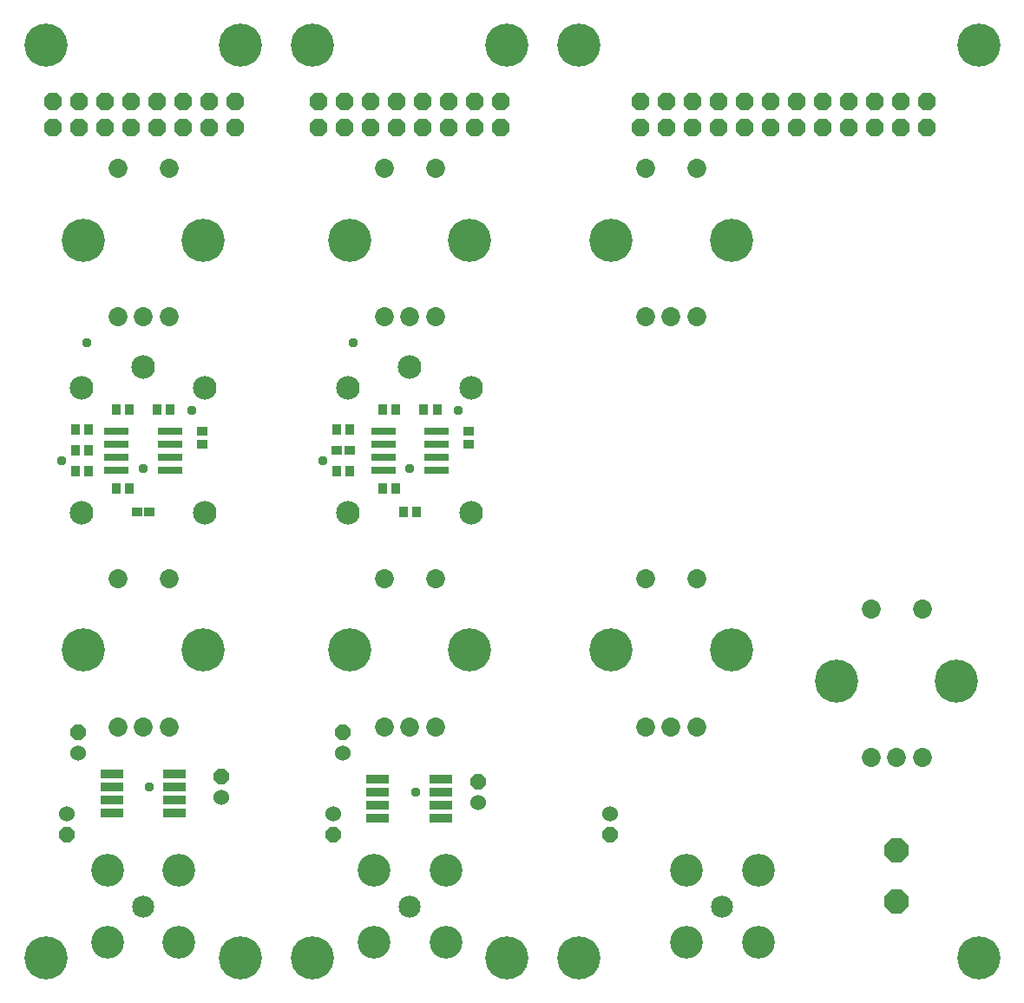
<source format=gbr>
G04 EAGLE Gerber X2 export*
%TF.Part,Single*%
%TF.FileFunction,Soldermask,Top,1*%
%TF.FilePolarity,Negative*%
%TF.GenerationSoftware,Autodesk,EAGLE,9.0.1*%
%TF.CreationDate,2018-05-22T13:38:54Z*%
G75*
%MOMM*%
%FSLAX34Y34*%
%LPD*%
%AMOC8*
5,1,8,0,0,1.08239X$1,22.5*%
G01*
%ADD10C,4.203200*%
%ADD11C,2.303200*%
%ADD12C,2.153200*%
%ADD13C,3.203200*%
%ADD14R,2.403200X0.803200*%
%ADD15C,1.853200*%
%ADD16R,2.235200X0.863600*%
%ADD17R,1.128200X0.943200*%
%ADD18R,0.903200X1.103200*%
%ADD19P,1.649562X8X112.500000*%
%ADD20C,1.524000*%
%ADD21R,1.103200X0.903200*%
%ADD22P,1.869504X8X202.500000*%
%ADD23P,2.556822X8X22.500000*%
%ADD24P,1.649562X8X292.500000*%
%ADD25C,0.959600*%


D10*
X30000Y30000D03*
X290000Y30000D03*
X220000Y30000D03*
X480000Y30000D03*
X550000Y30000D03*
X940000Y30000D03*
X550000Y920000D03*
X940000Y920000D03*
X480000Y920000D03*
X290000Y920000D03*
X220000Y920000D03*
X30000Y920000D03*
D11*
X65000Y586000D03*
X65000Y464000D03*
X185000Y586000D03*
X185000Y464000D03*
X125000Y606000D03*
D12*
X125000Y80000D03*
D13*
X160000Y115000D03*
X90000Y115000D03*
X160000Y45000D03*
X90000Y45000D03*
D12*
X385000Y80000D03*
D13*
X420000Y115000D03*
X350000Y115000D03*
X420000Y45000D03*
X350000Y45000D03*
D12*
X690000Y80000D03*
D13*
X725000Y115000D03*
X655000Y115000D03*
X725000Y45000D03*
X655000Y45000D03*
D14*
X99000Y531350D03*
X151000Y531350D03*
X99000Y544050D03*
X99000Y518650D03*
X99000Y505950D03*
X151000Y544050D03*
X151000Y518650D03*
X151000Y505950D03*
D15*
X150000Y400000D03*
D10*
X66500Y330000D03*
X183500Y330000D03*
D15*
X100000Y400000D03*
X100000Y255000D03*
X150000Y255000D03*
X125000Y255000D03*
X150000Y800000D03*
D10*
X66500Y730000D03*
X183500Y730000D03*
D15*
X100000Y800000D03*
X100000Y655000D03*
X150000Y655000D03*
X125000Y655000D03*
X410000Y400000D03*
D10*
X326500Y330000D03*
X443500Y330000D03*
D15*
X360000Y400000D03*
X360000Y255000D03*
X410000Y255000D03*
X385000Y255000D03*
X410000Y800000D03*
D10*
X326500Y730000D03*
X443500Y730000D03*
D15*
X360000Y800000D03*
X360000Y655000D03*
X410000Y655000D03*
X385000Y655000D03*
X665000Y400000D03*
D10*
X581500Y330000D03*
X698500Y330000D03*
D15*
X615000Y400000D03*
X615000Y255000D03*
X665000Y255000D03*
X640000Y255000D03*
X665000Y800000D03*
D10*
X581500Y730000D03*
X698500Y730000D03*
D15*
X615000Y800000D03*
X615000Y655000D03*
X665000Y655000D03*
X640000Y655000D03*
X885000Y370000D03*
D10*
X801500Y300000D03*
X918500Y300000D03*
D15*
X835000Y370000D03*
X835000Y225000D03*
X885000Y225000D03*
X860000Y225000D03*
D11*
X325000Y586000D03*
X325000Y464000D03*
X445000Y586000D03*
X445000Y464000D03*
X385000Y606000D03*
D14*
X359000Y531350D03*
X411000Y531350D03*
X359000Y544050D03*
X359000Y518650D03*
X359000Y505950D03*
X411000Y544050D03*
X411000Y518650D03*
X411000Y505950D03*
D16*
X155734Y170950D03*
X94266Y170950D03*
X155734Y183650D03*
X155734Y196350D03*
X94266Y183650D03*
X94266Y196350D03*
X155734Y209050D03*
X94266Y209050D03*
X415034Y165950D03*
X353566Y165950D03*
X415034Y178650D03*
X415034Y191350D03*
X353566Y178650D03*
X353566Y191350D03*
X415034Y204050D03*
X353566Y204050D03*
D17*
X119000Y465088D03*
X131000Y465088D03*
D18*
X378500Y464992D03*
X391500Y464992D03*
D19*
X61180Y250160D03*
D20*
X61180Y229840D03*
D19*
X201450Y206542D03*
D20*
X201450Y186222D03*
D19*
X320000Y250160D03*
D20*
X320000Y229840D03*
D19*
X451450Y201447D03*
D20*
X451450Y181127D03*
D21*
X182500Y531000D03*
X182500Y544000D03*
X442500Y531000D03*
X442500Y544000D03*
D18*
X111500Y487500D03*
X98500Y487500D03*
X371500Y487500D03*
X358500Y487500D03*
X58500Y545000D03*
X71500Y545000D03*
X71500Y505000D03*
X58500Y505000D03*
X313500Y545000D03*
X326500Y545000D03*
X326500Y505000D03*
X313500Y505000D03*
X71500Y525000D03*
X58500Y525000D03*
D17*
X326000Y525000D03*
X314000Y525000D03*
D18*
X98500Y565000D03*
X111500Y565000D03*
X151500Y565000D03*
X138500Y565000D03*
X358500Y565000D03*
X371500Y565000D03*
X411500Y565000D03*
X398500Y565000D03*
D22*
X214600Y840300D03*
X189200Y840300D03*
X163800Y840300D03*
X138400Y840300D03*
X113000Y840300D03*
X87600Y840300D03*
X214600Y865700D03*
X189200Y865700D03*
X163800Y865700D03*
X138400Y865700D03*
X113000Y865700D03*
X87600Y865700D03*
X62200Y840300D03*
X36800Y840300D03*
X62200Y865700D03*
X36800Y865700D03*
X473900Y840300D03*
X448500Y840300D03*
X423100Y840300D03*
X397700Y840300D03*
X372300Y840300D03*
X346900Y840300D03*
X473900Y865700D03*
X448500Y865700D03*
X423100Y865700D03*
X397700Y865700D03*
X372300Y865700D03*
X346900Y865700D03*
X321500Y840300D03*
X296100Y840300D03*
X321500Y865700D03*
X296100Y865700D03*
X889700Y840300D03*
X864300Y840300D03*
X838900Y840300D03*
X813500Y840300D03*
X788100Y840300D03*
X762700Y840300D03*
X889700Y865700D03*
X864300Y865700D03*
X838900Y865700D03*
X813500Y865700D03*
X788100Y865700D03*
X762700Y865700D03*
X737300Y840300D03*
X711900Y840300D03*
X686500Y840300D03*
X661100Y840300D03*
X635700Y840300D03*
X610300Y840300D03*
X737300Y865700D03*
X711900Y865700D03*
X686500Y865700D03*
X661100Y865700D03*
X635700Y865700D03*
X610300Y865700D03*
D23*
X860000Y135000D03*
X860000Y85000D03*
D24*
X50000Y149840D03*
D20*
X50000Y170160D03*
D24*
X310000Y149840D03*
D20*
X310000Y170160D03*
D24*
X580000Y149840D03*
D20*
X580000Y170160D03*
D25*
X130650Y196382D03*
X390650Y191287D03*
X172500Y563750D03*
X432500Y564000D03*
X125000Y507500D03*
X45000Y515000D03*
X385000Y507500D03*
X300000Y515000D03*
X70000Y630000D03*
X330000Y630000D03*
M02*

</source>
